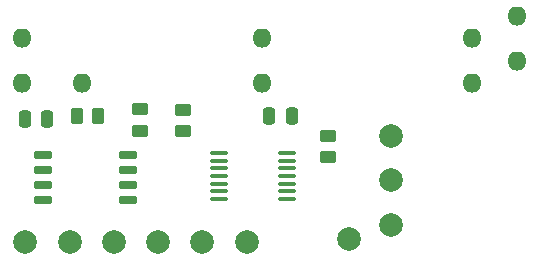
<source format=gbr>
%TF.GenerationSoftware,KiCad,Pcbnew,(6.99.0-4502-gf1556ed801-dirty)*%
%TF.CreationDate,2022-12-17T22:28:01-05:00*%
%TF.ProjectId,siox,73696f78-2e6b-4696-9361-645f70636258,rev?*%
%TF.SameCoordinates,Original*%
%TF.FileFunction,Soldermask,Top*%
%TF.FilePolarity,Negative*%
%FSLAX46Y46*%
G04 Gerber Fmt 4.6, Leading zero omitted, Abs format (unit mm)*
G04 Created by KiCad (PCBNEW (6.99.0-4502-gf1556ed801-dirty)) date 2022-12-17 22:28:01*
%MOMM*%
%LPD*%
G01*
G04 APERTURE LIST*
G04 Aperture macros list*
%AMRoundRect*
0 Rectangle with rounded corners*
0 $1 Rounding radius*
0 $2 $3 $4 $5 $6 $7 $8 $9 X,Y pos of 4 corners*
0 Add a 4 corners polygon primitive as box body*
4,1,4,$2,$3,$4,$5,$6,$7,$8,$9,$2,$3,0*
0 Add four circle primitives for the rounded corners*
1,1,$1+$1,$2,$3*
1,1,$1+$1,$4,$5*
1,1,$1+$1,$6,$7*
1,1,$1+$1,$8,$9*
0 Add four rect primitives between the rounded corners*
20,1,$1+$1,$2,$3,$4,$5,0*
20,1,$1+$1,$4,$5,$6,$7,0*
20,1,$1+$1,$6,$7,$8,$9,0*
20,1,$1+$1,$8,$9,$2,$3,0*%
G04 Aperture macros list end*
%ADD10C,2.000000*%
%ADD11RoundRect,0.250000X0.250000X0.475000X-0.250000X0.475000X-0.250000X-0.475000X0.250000X-0.475000X0*%
%ADD12RoundRect,0.250000X-0.450000X0.262500X-0.450000X-0.262500X0.450000X-0.262500X0.450000X0.262500X0*%
%ADD13O,1.625000X1.625000*%
%ADD14RoundRect,0.100000X-0.637500X-0.100000X0.637500X-0.100000X0.637500X0.100000X-0.637500X0.100000X0*%
%ADD15RoundRect,0.150000X-0.650000X-0.150000X0.650000X-0.150000X0.650000X0.150000X-0.650000X0.150000X0*%
%ADD16RoundRect,0.250000X0.450000X-0.262500X0.450000X0.262500X-0.450000X0.262500X-0.450000X-0.262500X0*%
%ADD17RoundRect,0.250000X0.262500X0.450000X-0.262500X0.450000X-0.262500X-0.450000X0.262500X-0.450000X0*%
G04 APERTURE END LIST*
D10*
%TO.C,J1*%
X121650000Y-61950000D03*
%TD*%
D11*
%TO.C,C2*%
X92550000Y-60500000D03*
X90650000Y-60500000D03*
%TD*%
D12*
%TO.C,R2*%
X100400000Y-59687500D03*
X100400000Y-61512500D03*
%TD*%
D10*
%TO.C,J10*%
X109450000Y-70925000D03*
%TD*%
D13*
%TO.C,J18*%
X110779999Y-57479999D03*
%TD*%
D10*
%TO.C,J7*%
X98200000Y-70925000D03*
%TD*%
D13*
%TO.C,J16*%
X128559999Y-57479999D03*
%TD*%
D10*
%TO.C,J5*%
X90700000Y-70925000D03*
%TD*%
%TO.C,J6*%
X94450000Y-70925000D03*
%TD*%
D13*
%TO.C,J12*%
X90459999Y-53659999D03*
%TD*%
D14*
%TO.C,U1*%
X107137500Y-63400000D03*
X107137500Y-64050000D03*
X107137500Y-64700000D03*
X107137500Y-65350000D03*
X107137500Y-66000000D03*
X107137500Y-66650000D03*
X107137500Y-67300000D03*
X112862500Y-67300000D03*
X112862500Y-66650000D03*
X112862500Y-66000000D03*
X112862500Y-65350000D03*
X112862500Y-64700000D03*
X112862500Y-64050000D03*
X112862500Y-63400000D03*
%TD*%
D15*
%TO.C,U2*%
X92200000Y-63545000D03*
X92200000Y-64815000D03*
X92200000Y-66085000D03*
X92200000Y-67355000D03*
X99400000Y-67355000D03*
X99400000Y-66085000D03*
X99400000Y-64815000D03*
X99400000Y-63545000D03*
%TD*%
D10*
%TO.C,J8*%
X101950000Y-70925000D03*
%TD*%
%TO.C,J3*%
X118100000Y-70700000D03*
%TD*%
D13*
%TO.C,J13*%
X90459999Y-57479999D03*
%TD*%
%TO.C,J11*%
X132369999Y-51749999D03*
%TD*%
D16*
%TO.C,R4*%
X116350000Y-63762500D03*
X116350000Y-61937500D03*
%TD*%
D13*
%TO.C,J17*%
X110779999Y-53659999D03*
%TD*%
D17*
%TO.C,R1*%
X96862500Y-60250000D03*
X95037500Y-60250000D03*
%TD*%
D10*
%TO.C,J9*%
X105700000Y-70925000D03*
%TD*%
%TO.C,J4*%
X121650000Y-69450000D03*
%TD*%
D13*
%TO.C,J15*%
X128559999Y-53659999D03*
%TD*%
%TO.C,J14*%
X132369999Y-55569999D03*
%TD*%
%TO.C,J19*%
X95539999Y-57479999D03*
%TD*%
D10*
%TO.C,J2*%
X121650000Y-65700000D03*
%TD*%
D12*
%TO.C,R3*%
X104050000Y-59737500D03*
X104050000Y-61562500D03*
%TD*%
D11*
%TO.C,C1*%
X113250000Y-60250000D03*
X111350000Y-60250000D03*
%TD*%
M02*

</source>
